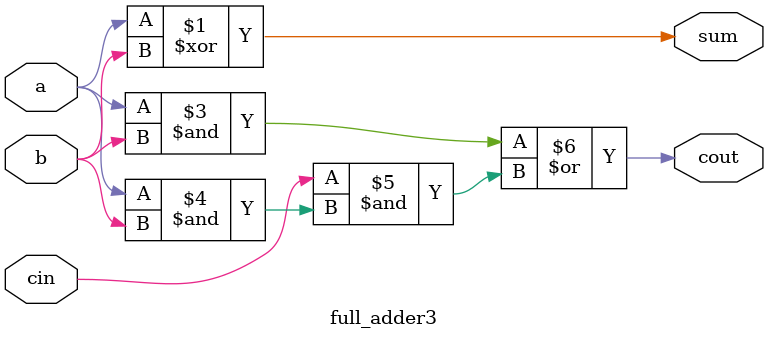
<source format=v>
module full_adder3(a,b,cin,sum,cout);
input a,b,cin;
output sum,cout;
assign sum = a^b^1'b0;
assign cout = a&b|cin&(a&b); 
// initial begin
//     $display("The incorrect adder with xor1 having in2/0");
// end   
endmodule
</source>
